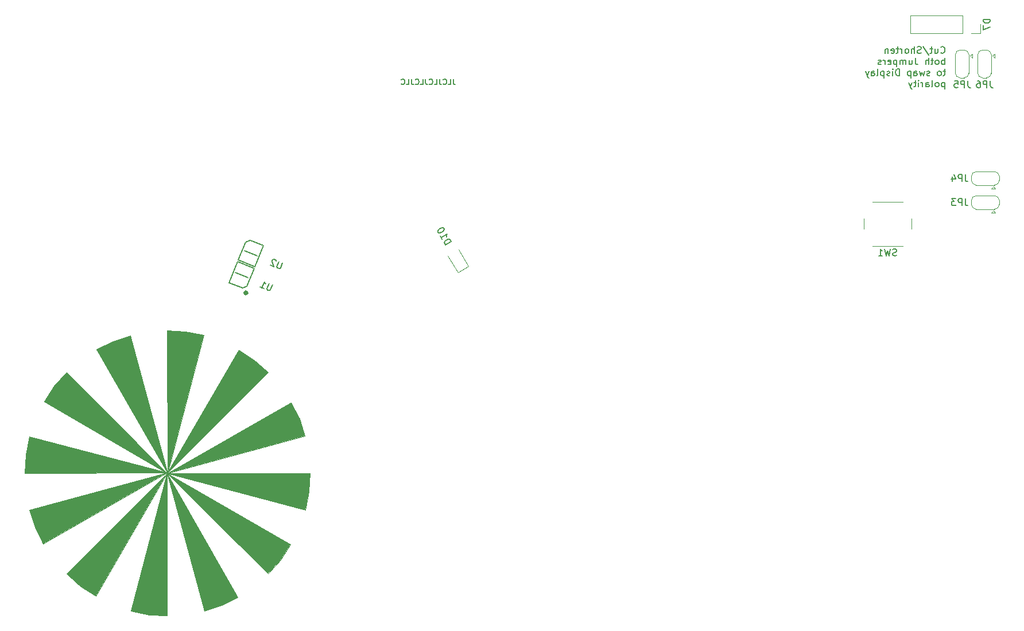
<source format=gbr>
G04 #@! TF.GenerationSoftware,KiCad,Pcbnew,(5.1.5-0-10_14)*
G04 #@! TF.CreationDate,2020-01-18T13:45:36+01:00*
G04 #@! TF.ProjectId,ErnoCCC,45726e6f-4343-4432-9e6b-696361645f70,rev?*
G04 #@! TF.SameCoordinates,Original*
G04 #@! TF.FileFunction,Legend,Bot*
G04 #@! TF.FilePolarity,Positive*
%FSLAX46Y46*%
G04 Gerber Fmt 4.6, Leading zero omitted, Abs format (unit mm)*
G04 Created by KiCad (PCBNEW (5.1.5-0-10_14)) date 2020-01-18 13:45:36*
%MOMM*%
%LPD*%
G04 APERTURE LIST*
%ADD10C,0.200000*%
%ADD11C,0.150000*%
%ADD12C,0.100000*%
%ADD13C,0.120000*%
G04 APERTURE END LIST*
D10*
X100774476Y-66246380D02*
X100774476Y-66627333D01*
X100679238Y-66627333D02*
X100679238Y-66246380D01*
X100584000Y-66151142D02*
X100584000Y-66722571D01*
X100488761Y-66627333D02*
X100488761Y-66246380D01*
X100393523Y-66246380D02*
X100393523Y-66627333D01*
X100774476Y-66532095D02*
X100584000Y-66722571D01*
X100393523Y-66532095D01*
X100774476Y-66341619D02*
X100584000Y-66151142D01*
X100393523Y-66341619D01*
X100774476Y-66246380D02*
X100584000Y-66151142D01*
X100393523Y-66246380D01*
X100298285Y-66436857D01*
X100393523Y-66627333D01*
X100584000Y-66722571D01*
X100774476Y-66627333D01*
X100869714Y-66436857D01*
X100774476Y-66246380D01*
D11*
X203092976Y-30982142D02*
X203140595Y-31029761D01*
X203283452Y-31077380D01*
X203378690Y-31077380D01*
X203521547Y-31029761D01*
X203616785Y-30934523D01*
X203664404Y-30839285D01*
X203712023Y-30648809D01*
X203712023Y-30505952D01*
X203664404Y-30315476D01*
X203616785Y-30220238D01*
X203521547Y-30125000D01*
X203378690Y-30077380D01*
X203283452Y-30077380D01*
X203140595Y-30125000D01*
X203092976Y-30172619D01*
X202235833Y-30410714D02*
X202235833Y-31077380D01*
X202664404Y-30410714D02*
X202664404Y-30934523D01*
X202616785Y-31029761D01*
X202521547Y-31077380D01*
X202378690Y-31077380D01*
X202283452Y-31029761D01*
X202235833Y-30982142D01*
X201902500Y-30410714D02*
X201521547Y-30410714D01*
X201759642Y-30077380D02*
X201759642Y-30934523D01*
X201712023Y-31029761D01*
X201616785Y-31077380D01*
X201521547Y-31077380D01*
X200473928Y-30029761D02*
X201331071Y-31315476D01*
X200188214Y-31029761D02*
X200045357Y-31077380D01*
X199807261Y-31077380D01*
X199712023Y-31029761D01*
X199664404Y-30982142D01*
X199616785Y-30886904D01*
X199616785Y-30791666D01*
X199664404Y-30696428D01*
X199712023Y-30648809D01*
X199807261Y-30601190D01*
X199997738Y-30553571D01*
X200092976Y-30505952D01*
X200140595Y-30458333D01*
X200188214Y-30363095D01*
X200188214Y-30267857D01*
X200140595Y-30172619D01*
X200092976Y-30125000D01*
X199997738Y-30077380D01*
X199759642Y-30077380D01*
X199616785Y-30125000D01*
X199188214Y-31077380D02*
X199188214Y-30077380D01*
X198759642Y-31077380D02*
X198759642Y-30553571D01*
X198807261Y-30458333D01*
X198902500Y-30410714D01*
X199045357Y-30410714D01*
X199140595Y-30458333D01*
X199188214Y-30505952D01*
X198140595Y-31077380D02*
X198235833Y-31029761D01*
X198283452Y-30982142D01*
X198331071Y-30886904D01*
X198331071Y-30601190D01*
X198283452Y-30505952D01*
X198235833Y-30458333D01*
X198140595Y-30410714D01*
X197997738Y-30410714D01*
X197902500Y-30458333D01*
X197854880Y-30505952D01*
X197807261Y-30601190D01*
X197807261Y-30886904D01*
X197854880Y-30982142D01*
X197902500Y-31029761D01*
X197997738Y-31077380D01*
X198140595Y-31077380D01*
X197378690Y-31077380D02*
X197378690Y-30410714D01*
X197378690Y-30601190D02*
X197331071Y-30505952D01*
X197283452Y-30458333D01*
X197188214Y-30410714D01*
X197092976Y-30410714D01*
X196902500Y-30410714D02*
X196521547Y-30410714D01*
X196759642Y-30077380D02*
X196759642Y-30934523D01*
X196712023Y-31029761D01*
X196616785Y-31077380D01*
X196521547Y-31077380D01*
X195807261Y-31029761D02*
X195902500Y-31077380D01*
X196092976Y-31077380D01*
X196188214Y-31029761D01*
X196235833Y-30934523D01*
X196235833Y-30553571D01*
X196188214Y-30458333D01*
X196092976Y-30410714D01*
X195902500Y-30410714D01*
X195807261Y-30458333D01*
X195759642Y-30553571D01*
X195759642Y-30648809D01*
X196235833Y-30744047D01*
X195331071Y-30410714D02*
X195331071Y-31077380D01*
X195331071Y-30505952D02*
X195283452Y-30458333D01*
X195188214Y-30410714D01*
X195045357Y-30410714D01*
X194950119Y-30458333D01*
X194902500Y-30553571D01*
X194902500Y-31077380D01*
X203664404Y-32727380D02*
X203664404Y-31727380D01*
X203664404Y-32108333D02*
X203569166Y-32060714D01*
X203378690Y-32060714D01*
X203283452Y-32108333D01*
X203235833Y-32155952D01*
X203188214Y-32251190D01*
X203188214Y-32536904D01*
X203235833Y-32632142D01*
X203283452Y-32679761D01*
X203378690Y-32727380D01*
X203569166Y-32727380D01*
X203664404Y-32679761D01*
X202616785Y-32727380D02*
X202712023Y-32679761D01*
X202759642Y-32632142D01*
X202807261Y-32536904D01*
X202807261Y-32251190D01*
X202759642Y-32155952D01*
X202712023Y-32108333D01*
X202616785Y-32060714D01*
X202473928Y-32060714D01*
X202378690Y-32108333D01*
X202331071Y-32155952D01*
X202283452Y-32251190D01*
X202283452Y-32536904D01*
X202331071Y-32632142D01*
X202378690Y-32679761D01*
X202473928Y-32727380D01*
X202616785Y-32727380D01*
X201997738Y-32060714D02*
X201616785Y-32060714D01*
X201854880Y-31727380D02*
X201854880Y-32584523D01*
X201807261Y-32679761D01*
X201712023Y-32727380D01*
X201616785Y-32727380D01*
X201283452Y-32727380D02*
X201283452Y-31727380D01*
X200854880Y-32727380D02*
X200854880Y-32203571D01*
X200902500Y-32108333D01*
X200997738Y-32060714D01*
X201140595Y-32060714D01*
X201235833Y-32108333D01*
X201283452Y-32155952D01*
X199331071Y-31727380D02*
X199331071Y-32441666D01*
X199378690Y-32584523D01*
X199473928Y-32679761D01*
X199616785Y-32727380D01*
X199712023Y-32727380D01*
X198426309Y-32060714D02*
X198426309Y-32727380D01*
X198854880Y-32060714D02*
X198854880Y-32584523D01*
X198807261Y-32679761D01*
X198712023Y-32727380D01*
X198569166Y-32727380D01*
X198473928Y-32679761D01*
X198426309Y-32632142D01*
X197950119Y-32727380D02*
X197950119Y-32060714D01*
X197950119Y-32155952D02*
X197902500Y-32108333D01*
X197807261Y-32060714D01*
X197664404Y-32060714D01*
X197569166Y-32108333D01*
X197521547Y-32203571D01*
X197521547Y-32727380D01*
X197521547Y-32203571D02*
X197473928Y-32108333D01*
X197378690Y-32060714D01*
X197235833Y-32060714D01*
X197140595Y-32108333D01*
X197092976Y-32203571D01*
X197092976Y-32727380D01*
X196616785Y-32060714D02*
X196616785Y-33060714D01*
X196616785Y-32108333D02*
X196521547Y-32060714D01*
X196331071Y-32060714D01*
X196235833Y-32108333D01*
X196188214Y-32155952D01*
X196140595Y-32251190D01*
X196140595Y-32536904D01*
X196188214Y-32632142D01*
X196235833Y-32679761D01*
X196331071Y-32727380D01*
X196521547Y-32727380D01*
X196616785Y-32679761D01*
X195331071Y-32679761D02*
X195426309Y-32727380D01*
X195616785Y-32727380D01*
X195712023Y-32679761D01*
X195759642Y-32584523D01*
X195759642Y-32203571D01*
X195712023Y-32108333D01*
X195616785Y-32060714D01*
X195426309Y-32060714D01*
X195331071Y-32108333D01*
X195283452Y-32203571D01*
X195283452Y-32298809D01*
X195759642Y-32394047D01*
X194854880Y-32727380D02*
X194854880Y-32060714D01*
X194854880Y-32251190D02*
X194807261Y-32155952D01*
X194759642Y-32108333D01*
X194664404Y-32060714D01*
X194569166Y-32060714D01*
X194283452Y-32679761D02*
X194188214Y-32727380D01*
X193997738Y-32727380D01*
X193902500Y-32679761D01*
X193854880Y-32584523D01*
X193854880Y-32536904D01*
X193902500Y-32441666D01*
X193997738Y-32394047D01*
X194140595Y-32394047D01*
X194235833Y-32346428D01*
X194283452Y-32251190D01*
X194283452Y-32203571D01*
X194235833Y-32108333D01*
X194140595Y-32060714D01*
X193997738Y-32060714D01*
X193902500Y-32108333D01*
X203807261Y-33710714D02*
X203426309Y-33710714D01*
X203664404Y-33377380D02*
X203664404Y-34234523D01*
X203616785Y-34329761D01*
X203521547Y-34377380D01*
X203426309Y-34377380D01*
X202950119Y-34377380D02*
X203045357Y-34329761D01*
X203092976Y-34282142D01*
X203140595Y-34186904D01*
X203140595Y-33901190D01*
X203092976Y-33805952D01*
X203045357Y-33758333D01*
X202950119Y-33710714D01*
X202807261Y-33710714D01*
X202712023Y-33758333D01*
X202664404Y-33805952D01*
X202616785Y-33901190D01*
X202616785Y-34186904D01*
X202664404Y-34282142D01*
X202712023Y-34329761D01*
X202807261Y-34377380D01*
X202950119Y-34377380D01*
X201473928Y-34329761D02*
X201378690Y-34377380D01*
X201188214Y-34377380D01*
X201092976Y-34329761D01*
X201045357Y-34234523D01*
X201045357Y-34186904D01*
X201092976Y-34091666D01*
X201188214Y-34044047D01*
X201331071Y-34044047D01*
X201426309Y-33996428D01*
X201473928Y-33901190D01*
X201473928Y-33853571D01*
X201426309Y-33758333D01*
X201331071Y-33710714D01*
X201188214Y-33710714D01*
X201092976Y-33758333D01*
X200712023Y-33710714D02*
X200521547Y-34377380D01*
X200331071Y-33901190D01*
X200140595Y-34377380D01*
X199950119Y-33710714D01*
X199140595Y-34377380D02*
X199140595Y-33853571D01*
X199188214Y-33758333D01*
X199283452Y-33710714D01*
X199473928Y-33710714D01*
X199569166Y-33758333D01*
X199140595Y-34329761D02*
X199235833Y-34377380D01*
X199473928Y-34377380D01*
X199569166Y-34329761D01*
X199616785Y-34234523D01*
X199616785Y-34139285D01*
X199569166Y-34044047D01*
X199473928Y-33996428D01*
X199235833Y-33996428D01*
X199140595Y-33948809D01*
X198664404Y-33710714D02*
X198664404Y-34710714D01*
X198664404Y-33758333D02*
X198569166Y-33710714D01*
X198378690Y-33710714D01*
X198283452Y-33758333D01*
X198235833Y-33805952D01*
X198188214Y-33901190D01*
X198188214Y-34186904D01*
X198235833Y-34282142D01*
X198283452Y-34329761D01*
X198378690Y-34377380D01*
X198569166Y-34377380D01*
X198664404Y-34329761D01*
X196997738Y-34377380D02*
X196997738Y-33377380D01*
X196759642Y-33377380D01*
X196616785Y-33425000D01*
X196521547Y-33520238D01*
X196473928Y-33615476D01*
X196426309Y-33805952D01*
X196426309Y-33948809D01*
X196473928Y-34139285D01*
X196521547Y-34234523D01*
X196616785Y-34329761D01*
X196759642Y-34377380D01*
X196997738Y-34377380D01*
X195997738Y-34377380D02*
X195997738Y-33710714D01*
X195997738Y-33377380D02*
X196045357Y-33425000D01*
X195997738Y-33472619D01*
X195950119Y-33425000D01*
X195997738Y-33377380D01*
X195997738Y-33472619D01*
X195569166Y-34329761D02*
X195473928Y-34377380D01*
X195283452Y-34377380D01*
X195188214Y-34329761D01*
X195140595Y-34234523D01*
X195140595Y-34186904D01*
X195188214Y-34091666D01*
X195283452Y-34044047D01*
X195426309Y-34044047D01*
X195521547Y-33996428D01*
X195569166Y-33901190D01*
X195569166Y-33853571D01*
X195521547Y-33758333D01*
X195426309Y-33710714D01*
X195283452Y-33710714D01*
X195188214Y-33758333D01*
X194712023Y-33710714D02*
X194712023Y-34710714D01*
X194712023Y-33758333D02*
X194616785Y-33710714D01*
X194426309Y-33710714D01*
X194331071Y-33758333D01*
X194283452Y-33805952D01*
X194235833Y-33901190D01*
X194235833Y-34186904D01*
X194283452Y-34282142D01*
X194331071Y-34329761D01*
X194426309Y-34377380D01*
X194616785Y-34377380D01*
X194712023Y-34329761D01*
X193664404Y-34377380D02*
X193759642Y-34329761D01*
X193807261Y-34234523D01*
X193807261Y-33377380D01*
X192854880Y-34377380D02*
X192854880Y-33853571D01*
X192902500Y-33758333D01*
X192997738Y-33710714D01*
X193188214Y-33710714D01*
X193283452Y-33758333D01*
X192854880Y-34329761D02*
X192950119Y-34377380D01*
X193188214Y-34377380D01*
X193283452Y-34329761D01*
X193331071Y-34234523D01*
X193331071Y-34139285D01*
X193283452Y-34044047D01*
X193188214Y-33996428D01*
X192950119Y-33996428D01*
X192854880Y-33948809D01*
X192473928Y-33710714D02*
X192235833Y-34377380D01*
X191997738Y-33710714D02*
X192235833Y-34377380D01*
X192331071Y-34615476D01*
X192378690Y-34663095D01*
X192473928Y-34710714D01*
X203664404Y-35360714D02*
X203664404Y-36360714D01*
X203664404Y-35408333D02*
X203569166Y-35360714D01*
X203378690Y-35360714D01*
X203283452Y-35408333D01*
X203235833Y-35455952D01*
X203188214Y-35551190D01*
X203188214Y-35836904D01*
X203235833Y-35932142D01*
X203283452Y-35979761D01*
X203378690Y-36027380D01*
X203569166Y-36027380D01*
X203664404Y-35979761D01*
X202616785Y-36027380D02*
X202712023Y-35979761D01*
X202759642Y-35932142D01*
X202807261Y-35836904D01*
X202807261Y-35551190D01*
X202759642Y-35455952D01*
X202712023Y-35408333D01*
X202616785Y-35360714D01*
X202473928Y-35360714D01*
X202378690Y-35408333D01*
X202331071Y-35455952D01*
X202283452Y-35551190D01*
X202283452Y-35836904D01*
X202331071Y-35932142D01*
X202378690Y-35979761D01*
X202473928Y-36027380D01*
X202616785Y-36027380D01*
X201712023Y-36027380D02*
X201807261Y-35979761D01*
X201854880Y-35884523D01*
X201854880Y-35027380D01*
X200902500Y-36027380D02*
X200902500Y-35503571D01*
X200950119Y-35408333D01*
X201045357Y-35360714D01*
X201235833Y-35360714D01*
X201331071Y-35408333D01*
X200902500Y-35979761D02*
X200997738Y-36027380D01*
X201235833Y-36027380D01*
X201331071Y-35979761D01*
X201378690Y-35884523D01*
X201378690Y-35789285D01*
X201331071Y-35694047D01*
X201235833Y-35646428D01*
X200997738Y-35646428D01*
X200902500Y-35598809D01*
X200426309Y-36027380D02*
X200426309Y-35360714D01*
X200426309Y-35551190D02*
X200378690Y-35455952D01*
X200331071Y-35408333D01*
X200235833Y-35360714D01*
X200140595Y-35360714D01*
X199807261Y-36027380D02*
X199807261Y-35360714D01*
X199807261Y-35027380D02*
X199854880Y-35075000D01*
X199807261Y-35122619D01*
X199759642Y-35075000D01*
X199807261Y-35027380D01*
X199807261Y-35122619D01*
X199473928Y-35360714D02*
X199092976Y-35360714D01*
X199331071Y-35027380D02*
X199331071Y-35884523D01*
X199283452Y-35979761D01*
X199188214Y-36027380D01*
X199092976Y-36027380D01*
X198854880Y-35360714D02*
X198616785Y-36027380D01*
X198378690Y-35360714D02*
X198616785Y-36027380D01*
X198712023Y-36265476D01*
X198759642Y-36313095D01*
X198854880Y-36360714D01*
X131203238Y-34867904D02*
X131203238Y-35439333D01*
X131241333Y-35553619D01*
X131317523Y-35629809D01*
X131431809Y-35667904D01*
X131508000Y-35667904D01*
X130441333Y-35667904D02*
X130822285Y-35667904D01*
X130822285Y-34867904D01*
X129717523Y-35591714D02*
X129755619Y-35629809D01*
X129869904Y-35667904D01*
X129946095Y-35667904D01*
X130060380Y-35629809D01*
X130136571Y-35553619D01*
X130174666Y-35477428D01*
X130212761Y-35325047D01*
X130212761Y-35210761D01*
X130174666Y-35058380D01*
X130136571Y-34982190D01*
X130060380Y-34906000D01*
X129946095Y-34867904D01*
X129869904Y-34867904D01*
X129755619Y-34906000D01*
X129717523Y-34944095D01*
X129146095Y-34867904D02*
X129146095Y-35439333D01*
X129184190Y-35553619D01*
X129260380Y-35629809D01*
X129374666Y-35667904D01*
X129450857Y-35667904D01*
X128384190Y-35667904D02*
X128765142Y-35667904D01*
X128765142Y-34867904D01*
X127660380Y-35591714D02*
X127698476Y-35629809D01*
X127812761Y-35667904D01*
X127888952Y-35667904D01*
X128003238Y-35629809D01*
X128079428Y-35553619D01*
X128117523Y-35477428D01*
X128155619Y-35325047D01*
X128155619Y-35210761D01*
X128117523Y-35058380D01*
X128079428Y-34982190D01*
X128003238Y-34906000D01*
X127888952Y-34867904D01*
X127812761Y-34867904D01*
X127698476Y-34906000D01*
X127660380Y-34944095D01*
X127088952Y-34867904D02*
X127088952Y-35439333D01*
X127127047Y-35553619D01*
X127203238Y-35629809D01*
X127317523Y-35667904D01*
X127393714Y-35667904D01*
X126327047Y-35667904D02*
X126708000Y-35667904D01*
X126708000Y-34867904D01*
X125603238Y-35591714D02*
X125641333Y-35629809D01*
X125755619Y-35667904D01*
X125831809Y-35667904D01*
X125946095Y-35629809D01*
X126022285Y-35553619D01*
X126060380Y-35477428D01*
X126098476Y-35325047D01*
X126098476Y-35210761D01*
X126060380Y-35058380D01*
X126022285Y-34982190D01*
X125946095Y-34906000D01*
X125831809Y-34867904D01*
X125755619Y-34867904D01*
X125641333Y-34906000D01*
X125603238Y-34944095D01*
X125031809Y-34867904D02*
X125031809Y-35439333D01*
X125069904Y-35553619D01*
X125146095Y-35629809D01*
X125260380Y-35667904D01*
X125336571Y-35667904D01*
X124269904Y-35667904D02*
X124650857Y-35667904D01*
X124650857Y-34867904D01*
X123546095Y-35591714D02*
X123584190Y-35629809D01*
X123698476Y-35667904D01*
X123774666Y-35667904D01*
X123888952Y-35629809D01*
X123965142Y-35553619D01*
X124003238Y-35477428D01*
X124041333Y-35325047D01*
X124041333Y-35210761D01*
X124003238Y-35058380D01*
X123965142Y-34982190D01*
X123888952Y-34906000D01*
X123774666Y-34867904D01*
X123698476Y-34867904D01*
X123584190Y-34906000D01*
X123546095Y-34944095D01*
D12*
G36*
X89034400Y-93066400D02*
G01*
X78595000Y-74803800D01*
X81008000Y-73610000D01*
X83548000Y-72771800D01*
X89034400Y-93066400D01*
G37*
X89034400Y-93066400D02*
X78595000Y-74803800D01*
X81008000Y-73610000D01*
X83548000Y-72771800D01*
X89034400Y-93066400D01*
G36*
X89009000Y-93041000D02*
G01*
X70848000Y-82500000D01*
X72321200Y-80214000D01*
X74150000Y-78182000D01*
X89009000Y-93041000D01*
G37*
X89009000Y-93041000D02*
X70848000Y-82500000D01*
X72321200Y-80214000D01*
X74150000Y-78182000D01*
X89009000Y-93041000D01*
G36*
X89034400Y-93015600D02*
G01*
X67976021Y-93041000D01*
X68104800Y-90335901D01*
X68663600Y-87630800D01*
X89034400Y-93015600D01*
G37*
X89034400Y-93015600D02*
X67976021Y-93041000D01*
X68104800Y-90335901D01*
X68663600Y-87630800D01*
X89034400Y-93015600D01*
G36*
X70721000Y-103455000D02*
G01*
X69527200Y-101042000D01*
X68689000Y-98502000D01*
X88983600Y-93015600D01*
X70721000Y-103455000D01*
G37*
X70721000Y-103455000D02*
X69527200Y-101042000D01*
X68689000Y-98502000D01*
X88983600Y-93015600D01*
X70721000Y-103455000D01*
G36*
X78468000Y-111202000D02*
G01*
X76182000Y-109728800D01*
X74150000Y-107900000D01*
X89009000Y-93041000D01*
X78468000Y-111202000D01*
G37*
X78468000Y-111202000D02*
X76182000Y-109728800D01*
X74150000Y-107900000D01*
X89009000Y-93041000D01*
X78468000Y-111202000D01*
G36*
X99423000Y-111329000D02*
G01*
X97010000Y-112522800D01*
X94470000Y-113361000D01*
X88983600Y-93066400D01*
X99423000Y-111329000D01*
G37*
X99423000Y-111329000D02*
X97010000Y-112522800D01*
X94470000Y-113361000D01*
X88983600Y-93066400D01*
X99423000Y-111329000D01*
G36*
X107170000Y-103582000D02*
G01*
X105696800Y-105868000D01*
X103868000Y-107900000D01*
X89009000Y-93041000D01*
X107170000Y-103582000D01*
G37*
X107170000Y-103582000D02*
X105696800Y-105868000D01*
X103868000Y-107900000D01*
X89009000Y-93041000D01*
X107170000Y-103582000D01*
G36*
X109913200Y-95746099D02*
G01*
X109354400Y-98451200D01*
X88983600Y-93066400D01*
X110041979Y-93041000D01*
X109913200Y-95746099D01*
G37*
X109913200Y-95746099D02*
X109354400Y-98451200D01*
X88983600Y-93066400D01*
X110041979Y-93041000D01*
X109913200Y-95746099D01*
G36*
X108490800Y-85040000D02*
G01*
X109329000Y-87580000D01*
X89034400Y-93066400D01*
X107297000Y-82627000D01*
X108490800Y-85040000D01*
G37*
X108490800Y-85040000D02*
X109329000Y-87580000D01*
X89034400Y-93066400D01*
X107297000Y-82627000D01*
X108490800Y-85040000D01*
G36*
X101836000Y-76353200D02*
G01*
X103868000Y-78182000D01*
X89009000Y-93041000D01*
X99550000Y-74880000D01*
X101836000Y-76353200D01*
G37*
X101836000Y-76353200D02*
X103868000Y-78182000D01*
X89009000Y-93041000D01*
X99550000Y-74880000D01*
X101836000Y-76353200D01*
G36*
X91714099Y-72136800D02*
G01*
X94419200Y-72695600D01*
X89034400Y-93066400D01*
X89009000Y-72008021D01*
X91714099Y-72136800D01*
G37*
X91714099Y-72136800D02*
X94419200Y-72695600D01*
X89034400Y-93066400D01*
X89009000Y-72008021D01*
X91714099Y-72136800D01*
G36*
X89009000Y-114073979D02*
G01*
X86303901Y-113945200D01*
X83598800Y-113386400D01*
X88983600Y-93015600D01*
X89009000Y-114073979D01*
G37*
X89009000Y-114073979D02*
X86303901Y-113945200D01*
X83598800Y-113386400D01*
X88983600Y-93015600D01*
X89009000Y-114073979D01*
D11*
X100924789Y-64209753D02*
X99070421Y-63460540D01*
X100775798Y-65438622D02*
X101843301Y-62800195D01*
X100112915Y-65744580D02*
X100775798Y-65438622D01*
X98125960Y-64941798D02*
X100112915Y-65744580D01*
X99391456Y-61809586D02*
X98125960Y-64941798D01*
X101843301Y-62800195D02*
X99391456Y-61809586D01*
X100406211Y-60190247D02*
X102260579Y-60939460D01*
X100555202Y-58961378D02*
X99487699Y-61599805D01*
X101218085Y-58655420D02*
X100555202Y-58961378D01*
X103205040Y-59458202D02*
X101218085Y-58655420D01*
X101939544Y-62590414D02*
X103205040Y-59458202D01*
X99487699Y-61599805D02*
X101939544Y-62590414D01*
D13*
X209250000Y-30589000D02*
G75*
G03X208550000Y-31289000I0J-700000D01*
G01*
X210550000Y-31289000D02*
G75*
G03X209850000Y-30589000I-700000J0D01*
G01*
X209850000Y-34689000D02*
G75*
G03X210550000Y-33989000I0J700000D01*
G01*
X208550000Y-33989000D02*
G75*
G03X209250000Y-34689000I700000J0D01*
G01*
X208550000Y-31239000D02*
X208550000Y-34039000D01*
X209250000Y-34689000D02*
X209850000Y-34689000D01*
X210550000Y-34039000D02*
X210550000Y-31239000D01*
X209850000Y-30589000D02*
X209250000Y-30589000D01*
X210750000Y-31439000D02*
X211050000Y-31139000D01*
X211050000Y-31139000D02*
X211050000Y-31739000D01*
X210750000Y-31439000D02*
X211050000Y-31739000D01*
X205948000Y-30589000D02*
G75*
G03X205248000Y-31289000I0J-700000D01*
G01*
X207248000Y-31289000D02*
G75*
G03X206548000Y-30589000I-700000J0D01*
G01*
X206548000Y-34689000D02*
G75*
G03X207248000Y-33989000I0J700000D01*
G01*
X205248000Y-33989000D02*
G75*
G03X205948000Y-34689000I700000J0D01*
G01*
X205248000Y-31239000D02*
X205248000Y-34039000D01*
X205948000Y-34689000D02*
X206548000Y-34689000D01*
X207248000Y-34039000D02*
X207248000Y-31239000D01*
X206548000Y-30589000D02*
X205948000Y-30589000D01*
X207448000Y-31439000D02*
X207748000Y-31139000D01*
X207748000Y-31139000D02*
X207748000Y-31739000D01*
X207448000Y-31439000D02*
X207748000Y-31739000D01*
X211727000Y-49230000D02*
G75*
G03X211027000Y-48530000I-700000J0D01*
G01*
X211027000Y-50530000D02*
G75*
G03X211727000Y-49830000I0J700000D01*
G01*
X207627000Y-49830000D02*
G75*
G03X208327000Y-50530000I700000J0D01*
G01*
X208327000Y-48530000D02*
G75*
G03X207627000Y-49230000I0J-700000D01*
G01*
X211077000Y-48530000D02*
X208277000Y-48530000D01*
X207627000Y-49230000D02*
X207627000Y-49830000D01*
X208277000Y-50530000D02*
X211077000Y-50530000D01*
X211727000Y-49830000D02*
X211727000Y-49230000D01*
X210877000Y-50730000D02*
X211177000Y-51030000D01*
X211177000Y-51030000D02*
X210577000Y-51030000D01*
X210877000Y-50730000D02*
X210577000Y-51030000D01*
X211727000Y-52786000D02*
G75*
G03X211027000Y-52086000I-700000J0D01*
G01*
X211027000Y-54086000D02*
G75*
G03X211727000Y-53386000I0J700000D01*
G01*
X207627000Y-53386000D02*
G75*
G03X208327000Y-54086000I700000J0D01*
G01*
X208327000Y-52086000D02*
G75*
G03X207627000Y-52786000I0J-700000D01*
G01*
X211077000Y-52086000D02*
X208277000Y-52086000D01*
X207627000Y-52786000D02*
X207627000Y-53386000D01*
X208277000Y-54086000D02*
X211077000Y-54086000D01*
X211727000Y-53386000D02*
X211727000Y-52786000D01*
X210877000Y-54286000D02*
X211177000Y-54586000D01*
X211177000Y-54586000D02*
X210577000Y-54586000D01*
X210877000Y-54286000D02*
X210577000Y-54586000D01*
X131853417Y-63428458D02*
X130410917Y-60929975D01*
X133429583Y-62518458D02*
X131853417Y-63428458D01*
X131987083Y-60019975D02*
X133429583Y-62518458D01*
X198650000Y-28130000D02*
X198650000Y-25470000D01*
X206330000Y-28130000D02*
X198650000Y-28130000D01*
X206330000Y-25470000D02*
X198650000Y-25470000D01*
X206330000Y-28130000D02*
X206330000Y-25470000D01*
X207600000Y-28130000D02*
X208930000Y-28130000D01*
X208930000Y-28130000D02*
X208930000Y-26800000D01*
X193006000Y-52997000D02*
X197506000Y-52997000D01*
X191756000Y-56997000D02*
X191756000Y-55497000D01*
X197506000Y-59497000D02*
X193006000Y-59497000D01*
X198756000Y-55497000D02*
X198756000Y-56997000D01*
D11*
X104543567Y-65224671D02*
X104240314Y-65975248D01*
X104160486Y-66045713D01*
X104098496Y-66072026D01*
X103992354Y-66080501D01*
X103815748Y-66009147D01*
X103745283Y-65929319D01*
X103718969Y-65867329D01*
X103710495Y-65761187D01*
X104013748Y-65010610D01*
X102711957Y-65563187D02*
X103241777Y-65777248D01*
X102976867Y-65670217D02*
X103351473Y-64743033D01*
X103386261Y-64911165D01*
X103438888Y-65035145D01*
X103509353Y-65114974D01*
X106012567Y-62005671D02*
X105709314Y-62756248D01*
X105629486Y-62826713D01*
X105567496Y-62853026D01*
X105461354Y-62861501D01*
X105284748Y-62790147D01*
X105214283Y-62710319D01*
X105187969Y-62648329D01*
X105179495Y-62542187D01*
X105482748Y-61791610D01*
X105049706Y-61719367D02*
X105023393Y-61657377D01*
X104952928Y-61577549D01*
X104732170Y-61488357D01*
X104626029Y-61496831D01*
X104564039Y-61523145D01*
X104484210Y-61593609D01*
X104448533Y-61681913D01*
X104439170Y-61832206D01*
X104754928Y-62576086D01*
X104180957Y-62344187D01*
X210383333Y-35139380D02*
X210383333Y-35853666D01*
X210430952Y-35996523D01*
X210526190Y-36091761D01*
X210669047Y-36139380D01*
X210764285Y-36139380D01*
X209907142Y-36139380D02*
X209907142Y-35139380D01*
X209526190Y-35139380D01*
X209430952Y-35187000D01*
X209383333Y-35234619D01*
X209335714Y-35329857D01*
X209335714Y-35472714D01*
X209383333Y-35567952D01*
X209430952Y-35615571D01*
X209526190Y-35663190D01*
X209907142Y-35663190D01*
X208478571Y-35139380D02*
X208669047Y-35139380D01*
X208764285Y-35187000D01*
X208811904Y-35234619D01*
X208907142Y-35377476D01*
X208954761Y-35567952D01*
X208954761Y-35948904D01*
X208907142Y-36044142D01*
X208859523Y-36091761D01*
X208764285Y-36139380D01*
X208573809Y-36139380D01*
X208478571Y-36091761D01*
X208430952Y-36044142D01*
X208383333Y-35948904D01*
X208383333Y-35710809D01*
X208430952Y-35615571D01*
X208478571Y-35567952D01*
X208573809Y-35520333D01*
X208764285Y-35520333D01*
X208859523Y-35567952D01*
X208907142Y-35615571D01*
X208954761Y-35710809D01*
X207081333Y-35139380D02*
X207081333Y-35853666D01*
X207128952Y-35996523D01*
X207224190Y-36091761D01*
X207367047Y-36139380D01*
X207462285Y-36139380D01*
X206605142Y-36139380D02*
X206605142Y-35139380D01*
X206224190Y-35139380D01*
X206128952Y-35187000D01*
X206081333Y-35234619D01*
X206033714Y-35329857D01*
X206033714Y-35472714D01*
X206081333Y-35567952D01*
X206128952Y-35615571D01*
X206224190Y-35663190D01*
X206605142Y-35663190D01*
X205128952Y-35139380D02*
X205605142Y-35139380D01*
X205652761Y-35615571D01*
X205605142Y-35567952D01*
X205509904Y-35520333D01*
X205271809Y-35520333D01*
X205176571Y-35567952D01*
X205128952Y-35615571D01*
X205081333Y-35710809D01*
X205081333Y-35948904D01*
X205128952Y-36044142D01*
X205176571Y-36091761D01*
X205271809Y-36139380D01*
X205509904Y-36139380D01*
X205605142Y-36091761D01*
X205652761Y-36044142D01*
X206700333Y-48982380D02*
X206700333Y-49696666D01*
X206747952Y-49839523D01*
X206843190Y-49934761D01*
X206986047Y-49982380D01*
X207081285Y-49982380D01*
X206224142Y-49982380D02*
X206224142Y-48982380D01*
X205843190Y-48982380D01*
X205747952Y-49030000D01*
X205700333Y-49077619D01*
X205652714Y-49172857D01*
X205652714Y-49315714D01*
X205700333Y-49410952D01*
X205747952Y-49458571D01*
X205843190Y-49506190D01*
X206224142Y-49506190D01*
X204795571Y-49315714D02*
X204795571Y-49982380D01*
X205033666Y-48934761D02*
X205271761Y-49649047D01*
X204652714Y-49649047D01*
X206700333Y-52538380D02*
X206700333Y-53252666D01*
X206747952Y-53395523D01*
X206843190Y-53490761D01*
X206986047Y-53538380D01*
X207081285Y-53538380D01*
X206224142Y-53538380D02*
X206224142Y-52538380D01*
X205843190Y-52538380D01*
X205747952Y-52586000D01*
X205700333Y-52633619D01*
X205652714Y-52728857D01*
X205652714Y-52871714D01*
X205700333Y-52966952D01*
X205747952Y-53014571D01*
X205843190Y-53062190D01*
X206224142Y-53062190D01*
X205319380Y-52538380D02*
X204700333Y-52538380D01*
X205033666Y-52919333D01*
X204890809Y-52919333D01*
X204795571Y-52966952D01*
X204747952Y-53014571D01*
X204700333Y-53109809D01*
X204700333Y-53347904D01*
X204747952Y-53443142D01*
X204795571Y-53490761D01*
X204890809Y-53538380D01*
X205176523Y-53538380D01*
X205271761Y-53490761D01*
X205319380Y-53443142D01*
X130028515Y-59352397D02*
X130894540Y-58852397D01*
X130775493Y-58646201D01*
X130662825Y-58546292D01*
X130532727Y-58511433D01*
X130426439Y-58517813D01*
X130237672Y-58571811D01*
X130113954Y-58643240D01*
X129972807Y-58779717D01*
X129914138Y-58868576D01*
X129879278Y-58998673D01*
X129909467Y-59146201D01*
X130028515Y-59352397D01*
X129266610Y-58032739D02*
X129552324Y-58527611D01*
X129409467Y-58280175D02*
X130275493Y-57780175D01*
X130199394Y-57934083D01*
X130164534Y-58064180D01*
X130170914Y-58170468D01*
X129823112Y-56996629D02*
X129775493Y-56914150D01*
X129686634Y-56855481D01*
X129621586Y-56838051D01*
X129515297Y-56844431D01*
X129326531Y-56898430D01*
X129120334Y-57017477D01*
X128979186Y-57153955D01*
X128920517Y-57242813D01*
X128903088Y-57307862D01*
X128909467Y-57414150D01*
X128957086Y-57496629D01*
X129045945Y-57555298D01*
X129110994Y-57572727D01*
X129217282Y-57566348D01*
X129406048Y-57512349D01*
X129612245Y-57393301D01*
X129753393Y-57256824D01*
X129812062Y-57167965D01*
X129829492Y-57102917D01*
X129823112Y-56996629D01*
X210382380Y-26061904D02*
X209382380Y-26061904D01*
X209382380Y-26300000D01*
X209430000Y-26442857D01*
X209525238Y-26538095D01*
X209620476Y-26585714D01*
X209810952Y-26633333D01*
X209953809Y-26633333D01*
X210144285Y-26585714D01*
X210239523Y-26538095D01*
X210334761Y-26442857D01*
X210382380Y-26300000D01*
X210382380Y-26061904D01*
X209382380Y-26966666D02*
X209382380Y-27633333D01*
X210382380Y-27204761D01*
X196589333Y-60901761D02*
X196446476Y-60949380D01*
X196208380Y-60949380D01*
X196113142Y-60901761D01*
X196065523Y-60854142D01*
X196017904Y-60758904D01*
X196017904Y-60663666D01*
X196065523Y-60568428D01*
X196113142Y-60520809D01*
X196208380Y-60473190D01*
X196398857Y-60425571D01*
X196494095Y-60377952D01*
X196541714Y-60330333D01*
X196589333Y-60235095D01*
X196589333Y-60139857D01*
X196541714Y-60044619D01*
X196494095Y-59997000D01*
X196398857Y-59949380D01*
X196160761Y-59949380D01*
X196017904Y-59997000D01*
X195684571Y-59949380D02*
X195446476Y-60949380D01*
X195256000Y-60235095D01*
X195065523Y-60949380D01*
X194827428Y-59949380D01*
X193922666Y-60949380D02*
X194494095Y-60949380D01*
X194208380Y-60949380D02*
X194208380Y-59949380D01*
X194303619Y-60092238D01*
X194398857Y-60187476D01*
X194494095Y-60235095D01*
M02*

</source>
